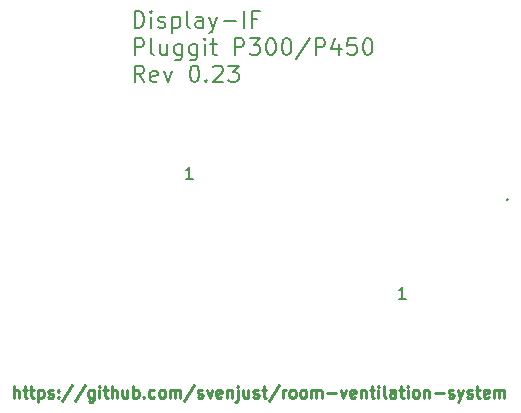
<source format=gto>
G04 #@! TF.GenerationSoftware,KiCad,Pcbnew,(5.0.1)-3*
G04 #@! TF.CreationDate,2019-01-09T08:59:11+01:00*
G04 #@! TF.ProjectId,P300_Display_IF,503330305F446973706C61795F49462E,rev?*
G04 #@! TF.SameCoordinates,Original*
G04 #@! TF.FileFunction,Legend,Top*
G04 #@! TF.FilePolarity,Positive*
%FSLAX46Y46*%
G04 Gerber Fmt 4.6, Leading zero omitted, Abs format (unit mm)*
G04 Created by KiCad (PCBNEW (5.0.1)-3) date 09.01.2019 08:59:11*
%MOMM*%
%LPD*%
G01*
G04 APERTURE LIST*
%ADD10C,0.150000*%
%ADD11C,0.250000*%
%ADD12C,0.200000*%
G04 APERTURE END LIST*
D10*
X130079714Y-98750380D02*
X129508285Y-98750380D01*
X129794000Y-98750380D02*
X129794000Y-97750380D01*
X129698761Y-97893238D01*
X129603523Y-97988476D01*
X129508285Y-98036095D01*
X112045714Y-88590380D02*
X111474285Y-88590380D01*
X111760000Y-88590380D02*
X111760000Y-87590380D01*
X111664761Y-87733238D01*
X111569523Y-87828476D01*
X111474285Y-87876095D01*
D11*
X96920595Y-107132380D02*
X96920595Y-106132380D01*
X97349166Y-107132380D02*
X97349166Y-106608571D01*
X97301547Y-106513333D01*
X97206309Y-106465714D01*
X97063452Y-106465714D01*
X96968214Y-106513333D01*
X96920595Y-106560952D01*
X97682500Y-106465714D02*
X98063452Y-106465714D01*
X97825357Y-106132380D02*
X97825357Y-106989523D01*
X97872976Y-107084761D01*
X97968214Y-107132380D01*
X98063452Y-107132380D01*
X98253928Y-106465714D02*
X98634880Y-106465714D01*
X98396785Y-106132380D02*
X98396785Y-106989523D01*
X98444404Y-107084761D01*
X98539642Y-107132380D01*
X98634880Y-107132380D01*
X98968214Y-106465714D02*
X98968214Y-107465714D01*
X98968214Y-106513333D02*
X99063452Y-106465714D01*
X99253928Y-106465714D01*
X99349166Y-106513333D01*
X99396785Y-106560952D01*
X99444404Y-106656190D01*
X99444404Y-106941904D01*
X99396785Y-107037142D01*
X99349166Y-107084761D01*
X99253928Y-107132380D01*
X99063452Y-107132380D01*
X98968214Y-107084761D01*
X99825357Y-107084761D02*
X99920595Y-107132380D01*
X100111071Y-107132380D01*
X100206309Y-107084761D01*
X100253928Y-106989523D01*
X100253928Y-106941904D01*
X100206309Y-106846666D01*
X100111071Y-106799047D01*
X99968214Y-106799047D01*
X99872976Y-106751428D01*
X99825357Y-106656190D01*
X99825357Y-106608571D01*
X99872976Y-106513333D01*
X99968214Y-106465714D01*
X100111071Y-106465714D01*
X100206309Y-106513333D01*
X100682500Y-107037142D02*
X100730119Y-107084761D01*
X100682500Y-107132380D01*
X100634880Y-107084761D01*
X100682500Y-107037142D01*
X100682500Y-107132380D01*
X100682500Y-106513333D02*
X100730119Y-106560952D01*
X100682500Y-106608571D01*
X100634880Y-106560952D01*
X100682500Y-106513333D01*
X100682500Y-106608571D01*
X101872976Y-106084761D02*
X101015833Y-107370476D01*
X102920595Y-106084761D02*
X102063452Y-107370476D01*
X103682500Y-106465714D02*
X103682500Y-107275238D01*
X103634880Y-107370476D01*
X103587261Y-107418095D01*
X103492023Y-107465714D01*
X103349166Y-107465714D01*
X103253928Y-107418095D01*
X103682500Y-107084761D02*
X103587261Y-107132380D01*
X103396785Y-107132380D01*
X103301547Y-107084761D01*
X103253928Y-107037142D01*
X103206309Y-106941904D01*
X103206309Y-106656190D01*
X103253928Y-106560952D01*
X103301547Y-106513333D01*
X103396785Y-106465714D01*
X103587261Y-106465714D01*
X103682500Y-106513333D01*
X104158690Y-107132380D02*
X104158690Y-106465714D01*
X104158690Y-106132380D02*
X104111071Y-106180000D01*
X104158690Y-106227619D01*
X104206309Y-106180000D01*
X104158690Y-106132380D01*
X104158690Y-106227619D01*
X104492023Y-106465714D02*
X104872976Y-106465714D01*
X104634880Y-106132380D02*
X104634880Y-106989523D01*
X104682500Y-107084761D01*
X104777738Y-107132380D01*
X104872976Y-107132380D01*
X105206309Y-107132380D02*
X105206309Y-106132380D01*
X105634880Y-107132380D02*
X105634880Y-106608571D01*
X105587261Y-106513333D01*
X105492023Y-106465714D01*
X105349166Y-106465714D01*
X105253928Y-106513333D01*
X105206309Y-106560952D01*
X106539642Y-106465714D02*
X106539642Y-107132380D01*
X106111071Y-106465714D02*
X106111071Y-106989523D01*
X106158690Y-107084761D01*
X106253928Y-107132380D01*
X106396785Y-107132380D01*
X106492023Y-107084761D01*
X106539642Y-107037142D01*
X107015833Y-107132380D02*
X107015833Y-106132380D01*
X107015833Y-106513333D02*
X107111071Y-106465714D01*
X107301547Y-106465714D01*
X107396785Y-106513333D01*
X107444404Y-106560952D01*
X107492023Y-106656190D01*
X107492023Y-106941904D01*
X107444404Y-107037142D01*
X107396785Y-107084761D01*
X107301547Y-107132380D01*
X107111071Y-107132380D01*
X107015833Y-107084761D01*
X107920595Y-107037142D02*
X107968214Y-107084761D01*
X107920595Y-107132380D01*
X107872976Y-107084761D01*
X107920595Y-107037142D01*
X107920595Y-107132380D01*
X108825357Y-107084761D02*
X108730119Y-107132380D01*
X108539642Y-107132380D01*
X108444404Y-107084761D01*
X108396785Y-107037142D01*
X108349166Y-106941904D01*
X108349166Y-106656190D01*
X108396785Y-106560952D01*
X108444404Y-106513333D01*
X108539642Y-106465714D01*
X108730119Y-106465714D01*
X108825357Y-106513333D01*
X109396785Y-107132380D02*
X109301547Y-107084761D01*
X109253928Y-107037142D01*
X109206309Y-106941904D01*
X109206309Y-106656190D01*
X109253928Y-106560952D01*
X109301547Y-106513333D01*
X109396785Y-106465714D01*
X109539642Y-106465714D01*
X109634880Y-106513333D01*
X109682500Y-106560952D01*
X109730119Y-106656190D01*
X109730119Y-106941904D01*
X109682500Y-107037142D01*
X109634880Y-107084761D01*
X109539642Y-107132380D01*
X109396785Y-107132380D01*
X110158690Y-107132380D02*
X110158690Y-106465714D01*
X110158690Y-106560952D02*
X110206309Y-106513333D01*
X110301547Y-106465714D01*
X110444404Y-106465714D01*
X110539642Y-106513333D01*
X110587261Y-106608571D01*
X110587261Y-107132380D01*
X110587261Y-106608571D02*
X110634880Y-106513333D01*
X110730119Y-106465714D01*
X110872976Y-106465714D01*
X110968214Y-106513333D01*
X111015833Y-106608571D01*
X111015833Y-107132380D01*
X112206309Y-106084761D02*
X111349166Y-107370476D01*
X112492023Y-107084761D02*
X112587261Y-107132380D01*
X112777738Y-107132380D01*
X112872976Y-107084761D01*
X112920595Y-106989523D01*
X112920595Y-106941904D01*
X112872976Y-106846666D01*
X112777738Y-106799047D01*
X112634880Y-106799047D01*
X112539642Y-106751428D01*
X112492023Y-106656190D01*
X112492023Y-106608571D01*
X112539642Y-106513333D01*
X112634880Y-106465714D01*
X112777738Y-106465714D01*
X112872976Y-106513333D01*
X113253928Y-106465714D02*
X113492023Y-107132380D01*
X113730119Y-106465714D01*
X114492023Y-107084761D02*
X114396785Y-107132380D01*
X114206309Y-107132380D01*
X114111071Y-107084761D01*
X114063452Y-106989523D01*
X114063452Y-106608571D01*
X114111071Y-106513333D01*
X114206309Y-106465714D01*
X114396785Y-106465714D01*
X114492023Y-106513333D01*
X114539642Y-106608571D01*
X114539642Y-106703809D01*
X114063452Y-106799047D01*
X114968214Y-106465714D02*
X114968214Y-107132380D01*
X114968214Y-106560952D02*
X115015833Y-106513333D01*
X115111071Y-106465714D01*
X115253928Y-106465714D01*
X115349166Y-106513333D01*
X115396785Y-106608571D01*
X115396785Y-107132380D01*
X115872976Y-106465714D02*
X115872976Y-107322857D01*
X115825357Y-107418095D01*
X115730119Y-107465714D01*
X115682500Y-107465714D01*
X115872976Y-106132380D02*
X115825357Y-106180000D01*
X115872976Y-106227619D01*
X115920595Y-106180000D01*
X115872976Y-106132380D01*
X115872976Y-106227619D01*
X116777738Y-106465714D02*
X116777738Y-107132380D01*
X116349166Y-106465714D02*
X116349166Y-106989523D01*
X116396785Y-107084761D01*
X116492023Y-107132380D01*
X116634880Y-107132380D01*
X116730119Y-107084761D01*
X116777738Y-107037142D01*
X117206309Y-107084761D02*
X117301547Y-107132380D01*
X117492023Y-107132380D01*
X117587261Y-107084761D01*
X117634880Y-106989523D01*
X117634880Y-106941904D01*
X117587261Y-106846666D01*
X117492023Y-106799047D01*
X117349166Y-106799047D01*
X117253928Y-106751428D01*
X117206309Y-106656190D01*
X117206309Y-106608571D01*
X117253928Y-106513333D01*
X117349166Y-106465714D01*
X117492023Y-106465714D01*
X117587261Y-106513333D01*
X117920595Y-106465714D02*
X118301547Y-106465714D01*
X118063452Y-106132380D02*
X118063452Y-106989523D01*
X118111071Y-107084761D01*
X118206309Y-107132380D01*
X118301547Y-107132380D01*
X119349166Y-106084761D02*
X118492023Y-107370476D01*
X119682500Y-107132380D02*
X119682500Y-106465714D01*
X119682500Y-106656190D02*
X119730119Y-106560952D01*
X119777738Y-106513333D01*
X119872976Y-106465714D01*
X119968214Y-106465714D01*
X120444404Y-107132380D02*
X120349166Y-107084761D01*
X120301547Y-107037142D01*
X120253928Y-106941904D01*
X120253928Y-106656190D01*
X120301547Y-106560952D01*
X120349166Y-106513333D01*
X120444404Y-106465714D01*
X120587261Y-106465714D01*
X120682500Y-106513333D01*
X120730119Y-106560952D01*
X120777738Y-106656190D01*
X120777738Y-106941904D01*
X120730119Y-107037142D01*
X120682500Y-107084761D01*
X120587261Y-107132380D01*
X120444404Y-107132380D01*
X121349166Y-107132380D02*
X121253928Y-107084761D01*
X121206309Y-107037142D01*
X121158690Y-106941904D01*
X121158690Y-106656190D01*
X121206309Y-106560952D01*
X121253928Y-106513333D01*
X121349166Y-106465714D01*
X121492023Y-106465714D01*
X121587261Y-106513333D01*
X121634880Y-106560952D01*
X121682500Y-106656190D01*
X121682500Y-106941904D01*
X121634880Y-107037142D01*
X121587261Y-107084761D01*
X121492023Y-107132380D01*
X121349166Y-107132380D01*
X122111071Y-107132380D02*
X122111071Y-106465714D01*
X122111071Y-106560952D02*
X122158690Y-106513333D01*
X122253928Y-106465714D01*
X122396785Y-106465714D01*
X122492023Y-106513333D01*
X122539642Y-106608571D01*
X122539642Y-107132380D01*
X122539642Y-106608571D02*
X122587261Y-106513333D01*
X122682500Y-106465714D01*
X122825357Y-106465714D01*
X122920595Y-106513333D01*
X122968214Y-106608571D01*
X122968214Y-107132380D01*
X123444404Y-106751428D02*
X124206309Y-106751428D01*
X124587261Y-106465714D02*
X124825357Y-107132380D01*
X125063452Y-106465714D01*
X125825357Y-107084761D02*
X125730119Y-107132380D01*
X125539642Y-107132380D01*
X125444404Y-107084761D01*
X125396785Y-106989523D01*
X125396785Y-106608571D01*
X125444404Y-106513333D01*
X125539642Y-106465714D01*
X125730119Y-106465714D01*
X125825357Y-106513333D01*
X125872976Y-106608571D01*
X125872976Y-106703809D01*
X125396785Y-106799047D01*
X126301547Y-106465714D02*
X126301547Y-107132380D01*
X126301547Y-106560952D02*
X126349166Y-106513333D01*
X126444404Y-106465714D01*
X126587261Y-106465714D01*
X126682500Y-106513333D01*
X126730119Y-106608571D01*
X126730119Y-107132380D01*
X127063452Y-106465714D02*
X127444404Y-106465714D01*
X127206309Y-106132380D02*
X127206309Y-106989523D01*
X127253928Y-107084761D01*
X127349166Y-107132380D01*
X127444404Y-107132380D01*
X127777738Y-107132380D02*
X127777738Y-106465714D01*
X127777738Y-106132380D02*
X127730119Y-106180000D01*
X127777738Y-106227619D01*
X127825357Y-106180000D01*
X127777738Y-106132380D01*
X127777738Y-106227619D01*
X128396785Y-107132380D02*
X128301547Y-107084761D01*
X128253928Y-106989523D01*
X128253928Y-106132380D01*
X129206309Y-107132380D02*
X129206309Y-106608571D01*
X129158690Y-106513333D01*
X129063452Y-106465714D01*
X128872976Y-106465714D01*
X128777738Y-106513333D01*
X129206309Y-107084761D02*
X129111071Y-107132380D01*
X128872976Y-107132380D01*
X128777738Y-107084761D01*
X128730119Y-106989523D01*
X128730119Y-106894285D01*
X128777738Y-106799047D01*
X128872976Y-106751428D01*
X129111071Y-106751428D01*
X129206309Y-106703809D01*
X129539642Y-106465714D02*
X129920595Y-106465714D01*
X129682500Y-106132380D02*
X129682500Y-106989523D01*
X129730119Y-107084761D01*
X129825357Y-107132380D01*
X129920595Y-107132380D01*
X130253928Y-107132380D02*
X130253928Y-106465714D01*
X130253928Y-106132380D02*
X130206309Y-106180000D01*
X130253928Y-106227619D01*
X130301547Y-106180000D01*
X130253928Y-106132380D01*
X130253928Y-106227619D01*
X130872976Y-107132380D02*
X130777738Y-107084761D01*
X130730119Y-107037142D01*
X130682500Y-106941904D01*
X130682500Y-106656190D01*
X130730119Y-106560952D01*
X130777738Y-106513333D01*
X130872976Y-106465714D01*
X131015833Y-106465714D01*
X131111071Y-106513333D01*
X131158690Y-106560952D01*
X131206309Y-106656190D01*
X131206309Y-106941904D01*
X131158690Y-107037142D01*
X131111071Y-107084761D01*
X131015833Y-107132380D01*
X130872976Y-107132380D01*
X131634880Y-106465714D02*
X131634880Y-107132380D01*
X131634880Y-106560952D02*
X131682499Y-106513333D01*
X131777738Y-106465714D01*
X131920595Y-106465714D01*
X132015833Y-106513333D01*
X132063452Y-106608571D01*
X132063452Y-107132380D01*
X132539642Y-106751428D02*
X133301547Y-106751428D01*
X133730119Y-107084761D02*
X133825357Y-107132380D01*
X134015833Y-107132380D01*
X134111071Y-107084761D01*
X134158690Y-106989523D01*
X134158690Y-106941904D01*
X134111071Y-106846666D01*
X134015833Y-106799047D01*
X133872976Y-106799047D01*
X133777738Y-106751428D01*
X133730119Y-106656190D01*
X133730119Y-106608571D01*
X133777738Y-106513333D01*
X133872976Y-106465714D01*
X134015833Y-106465714D01*
X134111071Y-106513333D01*
X134492023Y-106465714D02*
X134730119Y-107132380D01*
X134968214Y-106465714D02*
X134730119Y-107132380D01*
X134634880Y-107370476D01*
X134587261Y-107418095D01*
X134492023Y-107465714D01*
X135301547Y-107084761D02*
X135396785Y-107132380D01*
X135587261Y-107132380D01*
X135682500Y-107084761D01*
X135730119Y-106989523D01*
X135730119Y-106941904D01*
X135682500Y-106846666D01*
X135587261Y-106799047D01*
X135444404Y-106799047D01*
X135349166Y-106751428D01*
X135301547Y-106656190D01*
X135301547Y-106608571D01*
X135349166Y-106513333D01*
X135444404Y-106465714D01*
X135587261Y-106465714D01*
X135682500Y-106513333D01*
X136015833Y-106465714D02*
X136396785Y-106465714D01*
X136158690Y-106132380D02*
X136158690Y-106989523D01*
X136206309Y-107084761D01*
X136301547Y-107132380D01*
X136396785Y-107132380D01*
X137111071Y-107084761D02*
X137015833Y-107132380D01*
X136825357Y-107132380D01*
X136730119Y-107084761D01*
X136682500Y-106989523D01*
X136682500Y-106608571D01*
X136730119Y-106513333D01*
X136825357Y-106465714D01*
X137015833Y-106465714D01*
X137111071Y-106513333D01*
X137158690Y-106608571D01*
X137158690Y-106703809D01*
X136682500Y-106799047D01*
X137587261Y-107132380D02*
X137587261Y-106465714D01*
X137587261Y-106560952D02*
X137634880Y-106513333D01*
X137730119Y-106465714D01*
X137872976Y-106465714D01*
X137968214Y-106513333D01*
X138015833Y-106608571D01*
X138015833Y-107132380D01*
X138015833Y-106608571D02*
X138063452Y-106513333D01*
X138158690Y-106465714D01*
X138301547Y-106465714D01*
X138396785Y-106513333D01*
X138444404Y-106608571D01*
X138444404Y-107132380D01*
D12*
X107143333Y-75803333D02*
X107143333Y-74403333D01*
X107476666Y-74403333D01*
X107676666Y-74470000D01*
X107810000Y-74603333D01*
X107876666Y-74736666D01*
X107943333Y-75003333D01*
X107943333Y-75203333D01*
X107876666Y-75470000D01*
X107810000Y-75603333D01*
X107676666Y-75736666D01*
X107476666Y-75803333D01*
X107143333Y-75803333D01*
X108543333Y-75803333D02*
X108543333Y-74870000D01*
X108543333Y-74403333D02*
X108476666Y-74470000D01*
X108543333Y-74536666D01*
X108610000Y-74470000D01*
X108543333Y-74403333D01*
X108543333Y-74536666D01*
X109143333Y-75736666D02*
X109276666Y-75803333D01*
X109543333Y-75803333D01*
X109676666Y-75736666D01*
X109743333Y-75603333D01*
X109743333Y-75536666D01*
X109676666Y-75403333D01*
X109543333Y-75336666D01*
X109343333Y-75336666D01*
X109210000Y-75270000D01*
X109143333Y-75136666D01*
X109143333Y-75070000D01*
X109210000Y-74936666D01*
X109343333Y-74870000D01*
X109543333Y-74870000D01*
X109676666Y-74936666D01*
X110343333Y-74870000D02*
X110343333Y-76270000D01*
X110343333Y-74936666D02*
X110476666Y-74870000D01*
X110743333Y-74870000D01*
X110876666Y-74936666D01*
X110943333Y-75003333D01*
X111010000Y-75136666D01*
X111010000Y-75536666D01*
X110943333Y-75670000D01*
X110876666Y-75736666D01*
X110743333Y-75803333D01*
X110476666Y-75803333D01*
X110343333Y-75736666D01*
X111810000Y-75803333D02*
X111676666Y-75736666D01*
X111610000Y-75603333D01*
X111610000Y-74403333D01*
X112943333Y-75803333D02*
X112943333Y-75070000D01*
X112876666Y-74936666D01*
X112743333Y-74870000D01*
X112476666Y-74870000D01*
X112343333Y-74936666D01*
X112943333Y-75736666D02*
X112810000Y-75803333D01*
X112476666Y-75803333D01*
X112343333Y-75736666D01*
X112276666Y-75603333D01*
X112276666Y-75470000D01*
X112343333Y-75336666D01*
X112476666Y-75270000D01*
X112810000Y-75270000D01*
X112943333Y-75203333D01*
X113476666Y-74870000D02*
X113810000Y-75803333D01*
X114143333Y-74870000D02*
X113810000Y-75803333D01*
X113676666Y-76136666D01*
X113610000Y-76203333D01*
X113476666Y-76270000D01*
X114676666Y-75270000D02*
X115743333Y-75270000D01*
X116410000Y-75803333D02*
X116410000Y-74403333D01*
X117543333Y-75070000D02*
X117076666Y-75070000D01*
X117076666Y-75803333D02*
X117076666Y-74403333D01*
X117743333Y-74403333D01*
X107143333Y-78103333D02*
X107143333Y-76703333D01*
X107676666Y-76703333D01*
X107810000Y-76770000D01*
X107876666Y-76836666D01*
X107943333Y-76970000D01*
X107943333Y-77170000D01*
X107876666Y-77303333D01*
X107810000Y-77370000D01*
X107676666Y-77436666D01*
X107143333Y-77436666D01*
X108743333Y-78103333D02*
X108610000Y-78036666D01*
X108543333Y-77903333D01*
X108543333Y-76703333D01*
X109876666Y-77170000D02*
X109876666Y-78103333D01*
X109276666Y-77170000D02*
X109276666Y-77903333D01*
X109343333Y-78036666D01*
X109476666Y-78103333D01*
X109676666Y-78103333D01*
X109810000Y-78036666D01*
X109876666Y-77970000D01*
X111143333Y-77170000D02*
X111143333Y-78303333D01*
X111076666Y-78436666D01*
X111010000Y-78503333D01*
X110876666Y-78570000D01*
X110676666Y-78570000D01*
X110543333Y-78503333D01*
X111143333Y-78036666D02*
X111010000Y-78103333D01*
X110743333Y-78103333D01*
X110610000Y-78036666D01*
X110543333Y-77970000D01*
X110476666Y-77836666D01*
X110476666Y-77436666D01*
X110543333Y-77303333D01*
X110610000Y-77236666D01*
X110743333Y-77170000D01*
X111010000Y-77170000D01*
X111143333Y-77236666D01*
X112410000Y-77170000D02*
X112410000Y-78303333D01*
X112343333Y-78436666D01*
X112276666Y-78503333D01*
X112143333Y-78570000D01*
X111943333Y-78570000D01*
X111810000Y-78503333D01*
X112410000Y-78036666D02*
X112276666Y-78103333D01*
X112010000Y-78103333D01*
X111876666Y-78036666D01*
X111810000Y-77970000D01*
X111743333Y-77836666D01*
X111743333Y-77436666D01*
X111810000Y-77303333D01*
X111876666Y-77236666D01*
X112010000Y-77170000D01*
X112276666Y-77170000D01*
X112410000Y-77236666D01*
X113076666Y-78103333D02*
X113076666Y-77170000D01*
X113076666Y-76703333D02*
X113010000Y-76770000D01*
X113076666Y-76836666D01*
X113143333Y-76770000D01*
X113076666Y-76703333D01*
X113076666Y-76836666D01*
X113543333Y-77170000D02*
X114076666Y-77170000D01*
X113743333Y-76703333D02*
X113743333Y-77903333D01*
X113810000Y-78036666D01*
X113943333Y-78103333D01*
X114076666Y-78103333D01*
X115610000Y-78103333D02*
X115610000Y-76703333D01*
X116143333Y-76703333D01*
X116276666Y-76770000D01*
X116343333Y-76836666D01*
X116410000Y-76970000D01*
X116410000Y-77170000D01*
X116343333Y-77303333D01*
X116276666Y-77370000D01*
X116143333Y-77436666D01*
X115610000Y-77436666D01*
X116876666Y-76703333D02*
X117743333Y-76703333D01*
X117276666Y-77236666D01*
X117476666Y-77236666D01*
X117610000Y-77303333D01*
X117676666Y-77370000D01*
X117743333Y-77503333D01*
X117743333Y-77836666D01*
X117676666Y-77970000D01*
X117610000Y-78036666D01*
X117476666Y-78103333D01*
X117076666Y-78103333D01*
X116943333Y-78036666D01*
X116876666Y-77970000D01*
X118610000Y-76703333D02*
X118743333Y-76703333D01*
X118876666Y-76770000D01*
X118943333Y-76836666D01*
X119010000Y-76970000D01*
X119076666Y-77236666D01*
X119076666Y-77570000D01*
X119010000Y-77836666D01*
X118943333Y-77970000D01*
X118876666Y-78036666D01*
X118743333Y-78103333D01*
X118610000Y-78103333D01*
X118476666Y-78036666D01*
X118410000Y-77970000D01*
X118343333Y-77836666D01*
X118276666Y-77570000D01*
X118276666Y-77236666D01*
X118343333Y-76970000D01*
X118410000Y-76836666D01*
X118476666Y-76770000D01*
X118610000Y-76703333D01*
X119943333Y-76703333D02*
X120076666Y-76703333D01*
X120210000Y-76770000D01*
X120276666Y-76836666D01*
X120343333Y-76970000D01*
X120410000Y-77236666D01*
X120410000Y-77570000D01*
X120343333Y-77836666D01*
X120276666Y-77970000D01*
X120210000Y-78036666D01*
X120076666Y-78103333D01*
X119943333Y-78103333D01*
X119810000Y-78036666D01*
X119743333Y-77970000D01*
X119676666Y-77836666D01*
X119610000Y-77570000D01*
X119610000Y-77236666D01*
X119676666Y-76970000D01*
X119743333Y-76836666D01*
X119810000Y-76770000D01*
X119943333Y-76703333D01*
X122010000Y-76636666D02*
X120810000Y-78436666D01*
X122476666Y-78103333D02*
X122476666Y-76703333D01*
X123010000Y-76703333D01*
X123143333Y-76770000D01*
X123210000Y-76836666D01*
X123276666Y-76970000D01*
X123276666Y-77170000D01*
X123210000Y-77303333D01*
X123143333Y-77370000D01*
X123010000Y-77436666D01*
X122476666Y-77436666D01*
X124476666Y-77170000D02*
X124476666Y-78103333D01*
X124143333Y-76636666D02*
X123810000Y-77636666D01*
X124676666Y-77636666D01*
X125876666Y-76703333D02*
X125210000Y-76703333D01*
X125143333Y-77370000D01*
X125210000Y-77303333D01*
X125343333Y-77236666D01*
X125676666Y-77236666D01*
X125810000Y-77303333D01*
X125876666Y-77370000D01*
X125943333Y-77503333D01*
X125943333Y-77836666D01*
X125876666Y-77970000D01*
X125810000Y-78036666D01*
X125676666Y-78103333D01*
X125343333Y-78103333D01*
X125210000Y-78036666D01*
X125143333Y-77970000D01*
X126810000Y-76703333D02*
X126943333Y-76703333D01*
X127076666Y-76770000D01*
X127143333Y-76836666D01*
X127210000Y-76970000D01*
X127276666Y-77236666D01*
X127276666Y-77570000D01*
X127210000Y-77836666D01*
X127143333Y-77970000D01*
X127076666Y-78036666D01*
X126943333Y-78103333D01*
X126810000Y-78103333D01*
X126676666Y-78036666D01*
X126610000Y-77970000D01*
X126543333Y-77836666D01*
X126476666Y-77570000D01*
X126476666Y-77236666D01*
X126543333Y-76970000D01*
X126610000Y-76836666D01*
X126676666Y-76770000D01*
X126810000Y-76703333D01*
X107943333Y-80403333D02*
X107476666Y-79736666D01*
X107143333Y-80403333D02*
X107143333Y-79003333D01*
X107676666Y-79003333D01*
X107810000Y-79070000D01*
X107876666Y-79136666D01*
X107943333Y-79270000D01*
X107943333Y-79470000D01*
X107876666Y-79603333D01*
X107810000Y-79670000D01*
X107676666Y-79736666D01*
X107143333Y-79736666D01*
X109076666Y-80336666D02*
X108943333Y-80403333D01*
X108676666Y-80403333D01*
X108543333Y-80336666D01*
X108476666Y-80203333D01*
X108476666Y-79670000D01*
X108543333Y-79536666D01*
X108676666Y-79470000D01*
X108943333Y-79470000D01*
X109076666Y-79536666D01*
X109143333Y-79670000D01*
X109143333Y-79803333D01*
X108476666Y-79936666D01*
X109610000Y-79470000D02*
X109943333Y-80403333D01*
X110276666Y-79470000D01*
X112143333Y-79003333D02*
X112276666Y-79003333D01*
X112410000Y-79070000D01*
X112476666Y-79136666D01*
X112543333Y-79270000D01*
X112610000Y-79536666D01*
X112610000Y-79870000D01*
X112543333Y-80136666D01*
X112476666Y-80270000D01*
X112410000Y-80336666D01*
X112276666Y-80403333D01*
X112143333Y-80403333D01*
X112010000Y-80336666D01*
X111943333Y-80270000D01*
X111876666Y-80136666D01*
X111810000Y-79870000D01*
X111810000Y-79536666D01*
X111876666Y-79270000D01*
X111943333Y-79136666D01*
X112010000Y-79070000D01*
X112143333Y-79003333D01*
X113210000Y-80270000D02*
X113276666Y-80336666D01*
X113210000Y-80403333D01*
X113143333Y-80336666D01*
X113210000Y-80270000D01*
X113210000Y-80403333D01*
X113810000Y-79136666D02*
X113876666Y-79070000D01*
X114010000Y-79003333D01*
X114343333Y-79003333D01*
X114476666Y-79070000D01*
X114543333Y-79136666D01*
X114610000Y-79270000D01*
X114610000Y-79403333D01*
X114543333Y-79603333D01*
X113743333Y-80403333D01*
X114610000Y-80403333D01*
X115076666Y-79003333D02*
X115943333Y-79003333D01*
X115476666Y-79536666D01*
X115676666Y-79536666D01*
X115810000Y-79603333D01*
X115876666Y-79670000D01*
X115943333Y-79803333D01*
X115943333Y-80136666D01*
X115876666Y-80270000D01*
X115810000Y-80336666D01*
X115676666Y-80403333D01*
X115276666Y-80403333D01*
X115143333Y-80336666D01*
X115076666Y-80270000D01*
G04 #@! TO.C,XA1*
D10*
X138684000Y-90273142D02*
X138731619Y-90320761D01*
X138684000Y-90368380D01*
X138636380Y-90320761D01*
X138684000Y-90273142D01*
X138684000Y-90368380D01*
G04 #@! TO.C,*
G04 #@! TD*
M02*

</source>
